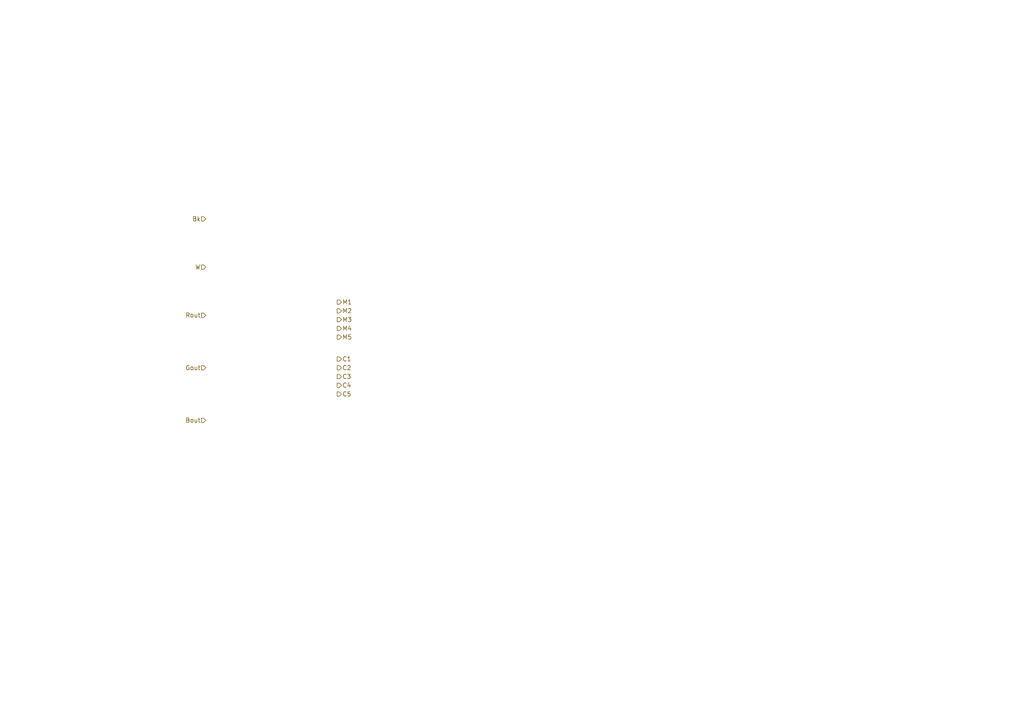
<source format=kicad_sch>
(kicad_sch (version 20230121) (generator eeschema)
  (paper "A4")
  (lib_symbols)
  (hierarchical_label "C1" (shape output) (at 97.79 104.14 0))
  (hierarchical_label "Gout" (shape input) (at 59.69 106.68 180))
  (hierarchical_label "C4" (shape output) (at 97.79 111.76 0))
  (hierarchical_label "C5" (shape output) (at 97.79 114.3 0))
  (hierarchical_label "M2" (shape output) (at 97.79 90.17 0))
  (hierarchical_label "M1" (shape output) (at 97.79 87.63 0))
  (hierarchical_label "Rout" (shape input) (at 59.69 91.44 180))
  (hierarchical_label "C2" (shape output) (at 97.79 106.68 0))
  (hierarchical_label "M5" (shape output) (at 97.79 97.79 0))
  (hierarchical_label "M4" (shape output) (at 97.79 95.25 0))
  (hierarchical_label "C3" (shape output) (at 97.79 109.22 0))
  (hierarchical_label "W" (shape input) (at 59.69 77.47 180))
  (hierarchical_label "M3" (shape output) (at 97.79 92.71 0))
  (hierarchical_label "Bk" (shape input) (at 59.69 63.5 180))
  (hierarchical_label "Bout" (shape input) (at 59.69 121.92 180))
)
</source>
